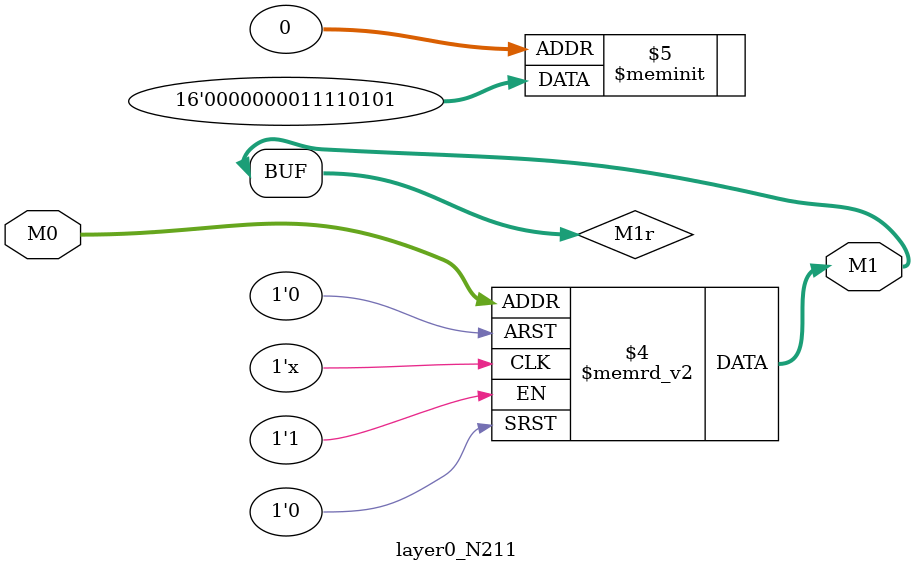
<source format=v>
module layer0_N211 ( input [2:0] M0, output [1:0] M1 );

	(*rom_style = "distributed" *) reg [1:0] M1r;
	assign M1 = M1r;
	always @ (M0) begin
		case (M0)
			3'b000: M1r = 2'b01;
			3'b100: M1r = 2'b00;
			3'b010: M1r = 2'b11;
			3'b110: M1r = 2'b00;
			3'b001: M1r = 2'b01;
			3'b101: M1r = 2'b00;
			3'b011: M1r = 2'b11;
			3'b111: M1r = 2'b00;

		endcase
	end
endmodule

</source>
